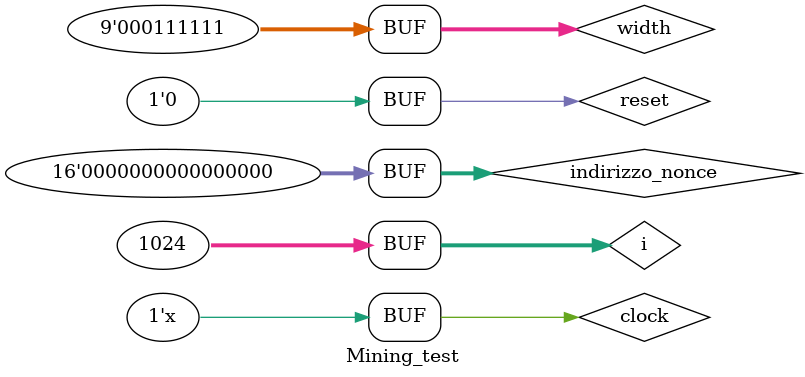
<source format=v>
`timescale 1ns / 1ps

module Mining_test;
    
    //Lunghezza del messaggio
    parameter LENGHT = 1024;
    
    reg clock = 0; 
    reg reset = 0;
    reg stopw = 0;
    reg [511:0] message;
    reg [15:0] indirizzo = 0;
    reg [8:0] width = 9'd63; //range: 511-0
    reg [15:0] indirizzo_nonce = 0;
    
    wire fine;       
    wire [2:0] state;       
    wire [511:0] chunk;                           
    wire [63:0] OUT;
             
    reg [1023:0] messaggio;
    
    integer i,j = 0;
    integer k = LENGHT-1;
    initial begin
        for (i=0;i<LENGHT;i=i+1) begin
            messaggio[i] <= {$random}%2;
        end
    end
    
    always@(posedge clock) begin
        if (state == 3'h1) begin
           if (j == LENGHT/512) begin
               stopw = 1;  
           end
           else begin              
               message = messaggio[k-:512];
               indirizzo = j;
               j = j + 1;
               k = k - 32;
           end
        end       
        
    end 
    
    Mining_FSM fsm1(
        .clock(clock),
        .reset(reset),      
        .stopw(stopw),       
        .fine(fine),
        .HASH(HASH),
                               
        .state(state),
        .OUT(OUT)       
        );
    
    Preprocessing p1(
        .clock(clock),
        .reset(reset),      
        .indirizzo(indirizzo),
        .state(state),
        .message(message),
        .width(width),
        .indirizzo_nonce(indirizzo_nonce),
        .stopw(stopw),
        
        .fine(fine),
        .chunk(chunk)                     
        );
    
    Chunks c1(
        .clock(clock),
        .reset(reset),    
        .state(state),
        .chunk(chunk),
                                          
        .HASH(HASH)
        );
    
    always #5 clock = ~clock;  
    
endmodule

</source>
